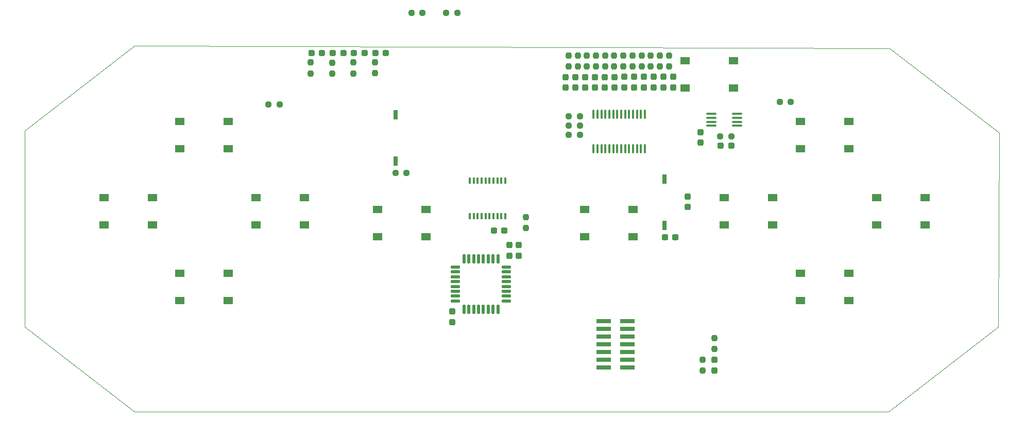
<source format=gbr>
%TF.GenerationSoftware,KiCad,Pcbnew,7.0.6-7.0.6~ubuntu20.04.1*%
%TF.CreationDate,2023-07-11T10:17:37+02:00*%
%TF.ProjectId,output_panel2023-07-11_081728.4517270000,6f757470-7574-45f7-9061-6e656c323032,rev?*%
%TF.SameCoordinates,Original*%
%TF.FileFunction,Paste,Top*%
%TF.FilePolarity,Positive*%
%FSLAX45Y45*%
G04 Gerber Fmt 4.5, Leading zero omitted, Abs format (unit mm)*
G04 Created by KiCad (PCBNEW 7.0.6-7.0.6~ubuntu20.04.1) date 2023-07-11 10:17:37*
%MOMM*%
%LPD*%
G01*
G04 APERTURE LIST*
G04 Aperture macros list*
%AMRoundRect*
0 Rectangle with rounded corners*
0 $1 Rounding radius*
0 $2 $3 $4 $5 $6 $7 $8 $9 X,Y pos of 4 corners*
0 Add a 4 corners polygon primitive as box body*
4,1,4,$2,$3,$4,$5,$6,$7,$8,$9,$2,$3,0*
0 Add four circle primitives for the rounded corners*
1,1,$1+$1,$2,$3*
1,1,$1+$1,$4,$5*
1,1,$1+$1,$6,$7*
1,1,$1+$1,$8,$9*
0 Add four rect primitives between the rounded corners*
20,1,$1+$1,$2,$3,$4,$5,0*
20,1,$1+$1,$4,$5,$6,$7,0*
20,1,$1+$1,$6,$7,$8,$9,0*
20,1,$1+$1,$8,$9,$2,$3,0*%
G04 Aperture macros list end*
%TA.AperFunction,Profile*%
%ADD10C,0.100000*%
%TD*%
%ADD11R,0.400000X1.000000*%
%ADD12R,2.400000X0.740000*%
%ADD13RoundRect,0.237500X-0.287500X-0.237500X0.287500X-0.237500X0.287500X0.237500X-0.287500X0.237500X0*%
%ADD14RoundRect,0.237500X0.237500X-0.250000X0.237500X0.250000X-0.237500X0.250000X-0.237500X-0.250000X0*%
%ADD15RoundRect,0.100000X-0.712500X-0.100000X0.712500X-0.100000X0.712500X0.100000X-0.712500X0.100000X0*%
%ADD16RoundRect,0.237500X-0.237500X0.300000X-0.237500X-0.300000X0.237500X-0.300000X0.237500X0.300000X0*%
%ADD17RoundRect,0.237500X-0.237500X0.250000X-0.237500X-0.250000X0.237500X-0.250000X0.237500X0.250000X0*%
%ADD18RoundRect,0.237500X-0.237500X0.287500X-0.237500X-0.287500X0.237500X-0.287500X0.237500X0.287500X0*%
%ADD19RoundRect,0.237500X-0.250000X-0.237500X0.250000X-0.237500X0.250000X0.237500X-0.250000X0.237500X0*%
%ADD20R,1.550000X1.300000*%
%ADD21RoundRect,0.237500X0.250000X0.237500X-0.250000X0.237500X-0.250000X-0.237500X0.250000X-0.237500X0*%
%ADD22RoundRect,0.237500X-0.300000X-0.237500X0.300000X-0.237500X0.300000X0.237500X-0.300000X0.237500X0*%
%ADD23RoundRect,0.237500X0.300000X0.237500X-0.300000X0.237500X-0.300000X-0.237500X0.300000X-0.237500X0*%
%ADD24RoundRect,0.237500X0.237500X-0.300000X0.237500X0.300000X-0.237500X0.300000X-0.237500X-0.300000X0*%
%ADD25RoundRect,0.125000X0.125000X-0.625000X0.125000X0.625000X-0.125000X0.625000X-0.125000X-0.625000X0*%
%ADD26RoundRect,0.125000X0.625000X-0.125000X0.625000X0.125000X-0.625000X0.125000X-0.625000X-0.125000X0*%
%ADD27RoundRect,0.100000X0.100000X-0.637500X0.100000X0.637500X-0.100000X0.637500X-0.100000X-0.637500X0*%
%ADD28R,0.760000X1.600000*%
G04 APERTURE END LIST*
D10*
X1850000Y-6070000D02*
X50000Y-4670000D01*
X14250000Y-6070000D02*
X1850000Y-6070000D01*
X16050000Y-4670000D02*
X14250000Y-6070000D01*
X14270000Y-90000D02*
X16070000Y-1480000D01*
X16070000Y-1480000D02*
X16050000Y-4670000D01*
X50000Y-4670000D02*
X50000Y-1450000D01*
X50000Y-1450000D02*
X1850000Y-50000D01*
X1850000Y-50000D02*
X14270000Y-90000D01*
D11*
X7365000Y-2850000D03*
X7430000Y-2850000D03*
X7495000Y-2850000D03*
X7560000Y-2850000D03*
X7625000Y-2850000D03*
X7690000Y-2850000D03*
X7755000Y-2850000D03*
X7820000Y-2850000D03*
X7885000Y-2850000D03*
X7950000Y-2850000D03*
X7950000Y-2270000D03*
X7885000Y-2270000D03*
X7820000Y-2270000D03*
X7755000Y-2270000D03*
X7690000Y-2270000D03*
X7625000Y-2270000D03*
X7560000Y-2270000D03*
X7495000Y-2270000D03*
X7430000Y-2270000D03*
X7365000Y-2270000D03*
D12*
X9567500Y-4583000D03*
X9957500Y-4583000D03*
X9567500Y-4710000D03*
X9957500Y-4710000D03*
X9567500Y-4837000D03*
X9957500Y-4837000D03*
X9567500Y-4964000D03*
X9957500Y-4964000D03*
X9567500Y-5091000D03*
X9957500Y-5091000D03*
X9567500Y-5218000D03*
X9957500Y-5218000D03*
X9567500Y-5345000D03*
X9957500Y-5345000D03*
D13*
X4762500Y-170000D03*
X4937500Y-170000D03*
D14*
X10040000Y-392500D03*
X10040000Y-210000D03*
X8290000Y-3050000D03*
X8290000Y-2867500D03*
D15*
X11338750Y-1172500D03*
X11338750Y-1237500D03*
X11338750Y-1302500D03*
X11338750Y-1367500D03*
X11761250Y-1367500D03*
X11761250Y-1302500D03*
X11761250Y-1237500D03*
X11761250Y-1172500D03*
D16*
X11155000Y-1473750D03*
X11155000Y-1646250D03*
D17*
X5810000Y-321250D03*
X5810000Y-503750D03*
D18*
X9422500Y-565000D03*
X9422500Y-740000D03*
D17*
X5455000Y-326250D03*
X5455000Y-508750D03*
D18*
X9582500Y-565000D03*
X9582500Y-740000D03*
D19*
X4058750Y-1020000D03*
X4241250Y-1020000D03*
D14*
X9740000Y-392500D03*
X9740000Y-210000D03*
D18*
X9102500Y-565000D03*
X9102500Y-740000D03*
D14*
X9590000Y-392500D03*
X9590000Y-210000D03*
D17*
X11190000Y-5212500D03*
X11190000Y-5395000D03*
D20*
X2602500Y-1295000D03*
X3397500Y-1295000D03*
X2602500Y-1745000D03*
X3397500Y-1745000D03*
X3852500Y-2545000D03*
X4647500Y-2545000D03*
X3852500Y-2995000D03*
X4647500Y-2995000D03*
D19*
X6143750Y-2140000D03*
X6326250Y-2140000D03*
D21*
X9178050Y-1207400D03*
X8995550Y-1207400D03*
D14*
X9440000Y-392500D03*
X9440000Y-210000D03*
D22*
X10573250Y-3197000D03*
X10745750Y-3197000D03*
D20*
X9252500Y-2745000D03*
X10047500Y-2745000D03*
X9252500Y-3195000D03*
X10047500Y-3195000D03*
X2602500Y-3795000D03*
X3397500Y-3795000D03*
X2602500Y-4245000D03*
X3397500Y-4245000D03*
X14052500Y-2545000D03*
X14847500Y-2545000D03*
X14052500Y-2995000D03*
X14847500Y-2995000D03*
D14*
X9140000Y-392500D03*
X9140000Y-210000D03*
D16*
X11390000Y-5217500D03*
X11390000Y-5390000D03*
D20*
X1352500Y-2545000D03*
X2147500Y-2545000D03*
X1352500Y-2995000D03*
X2147500Y-2995000D03*
D13*
X5112500Y-170000D03*
X5287500Y-170000D03*
D23*
X7936250Y-3090000D03*
X7763750Y-3090000D03*
D17*
X11390000Y-4858750D03*
X11390000Y-5041250D03*
D20*
X5852500Y-2745000D03*
X6647500Y-2745000D03*
X5852500Y-3195000D03*
X6647500Y-3195000D03*
D18*
X9745000Y-563750D03*
X9745000Y-738750D03*
D24*
X7080200Y-4595650D03*
X7080200Y-4423150D03*
D13*
X5462500Y-170000D03*
X5637500Y-170000D03*
D25*
X7270000Y-4387500D03*
X7350000Y-4387500D03*
X7430000Y-4387500D03*
X7510000Y-4387500D03*
X7590000Y-4387500D03*
X7670000Y-4387500D03*
X7750000Y-4387500D03*
X7830000Y-4387500D03*
D26*
X7967500Y-4250000D03*
X7967500Y-4170000D03*
X7967500Y-4090000D03*
X7967500Y-4010000D03*
X7967500Y-3930000D03*
X7967500Y-3850000D03*
X7967500Y-3770000D03*
X7967500Y-3690000D03*
D25*
X7830000Y-3552500D03*
X7750000Y-3552500D03*
X7670000Y-3552500D03*
X7590000Y-3552500D03*
X7510000Y-3552500D03*
X7430000Y-3552500D03*
X7350000Y-3552500D03*
X7270000Y-3552500D03*
D26*
X7132500Y-3690000D03*
X7132500Y-3770000D03*
X7132500Y-3850000D03*
X7132500Y-3930000D03*
X7132500Y-4010000D03*
X7132500Y-4090000D03*
X7132500Y-4170000D03*
X7132500Y-4250000D03*
D17*
X5102500Y-328750D03*
X5102500Y-511250D03*
D18*
X8942500Y-565000D03*
X8942500Y-740000D03*
D19*
X6407500Y490000D03*
X6590000Y490000D03*
D16*
X8020000Y-3330950D03*
X8020000Y-3503450D03*
D14*
X10640000Y-392500D03*
X10640000Y-210000D03*
D19*
X6978750Y490000D03*
X7161250Y490000D03*
D13*
X5812500Y-170000D03*
X5987500Y-170000D03*
D20*
X10902500Y-295000D03*
X11697500Y-295000D03*
X10902500Y-745000D03*
X11697500Y-745000D03*
D14*
X9290000Y-392500D03*
X9290000Y-210000D03*
D18*
X10227500Y-562500D03*
X10227500Y-737500D03*
D13*
X11488500Y-1690000D03*
X11663500Y-1690000D03*
D19*
X8995550Y-1512200D03*
X9178050Y-1512200D03*
D20*
X12802500Y-3795000D03*
X13597500Y-3795000D03*
X12802500Y-4245000D03*
X13597500Y-4245000D03*
D18*
X9907500Y-562500D03*
X9907500Y-737500D03*
D19*
X12458750Y-970000D03*
X12641250Y-970000D03*
D14*
X9890000Y-392500D03*
X9890000Y-210000D03*
D19*
X11484750Y-1537600D03*
X11667250Y-1537600D03*
D27*
X9400900Y-1747650D03*
X9465900Y-1747650D03*
X9530900Y-1747650D03*
X9595900Y-1747650D03*
X9660900Y-1747650D03*
X9725900Y-1747650D03*
X9790900Y-1747650D03*
X9855900Y-1747650D03*
X9920900Y-1747650D03*
X9985900Y-1747650D03*
X10050900Y-1747650D03*
X10115900Y-1747650D03*
X10180900Y-1747650D03*
X10245900Y-1747650D03*
X10245900Y-1175150D03*
X10180900Y-1175150D03*
X10115900Y-1175150D03*
X10050900Y-1175150D03*
X9985900Y-1175150D03*
X9920900Y-1175150D03*
X9855900Y-1175150D03*
X9790900Y-1175150D03*
X9725900Y-1175150D03*
X9660900Y-1175150D03*
X9595900Y-1175150D03*
X9530900Y-1175150D03*
X9465900Y-1175150D03*
X9400900Y-1175150D03*
D17*
X4752500Y-326250D03*
X4752500Y-508750D03*
D21*
X9178050Y-1359800D03*
X8995550Y-1359800D03*
D14*
X10340000Y-392500D03*
X10340000Y-210000D03*
X8990000Y-392500D03*
X8990000Y-210000D03*
D20*
X11552500Y-2545000D03*
X12347500Y-2545000D03*
X11552500Y-2995000D03*
X12347500Y-2995000D03*
X12802500Y-1295000D03*
X13597500Y-1295000D03*
X12802500Y-1745000D03*
X13597500Y-1745000D03*
D28*
X6150000Y-1951000D03*
X6150000Y-1189000D03*
X10567000Y-3008000D03*
X10567000Y-2246000D03*
D14*
X10190000Y-392500D03*
X10190000Y-210000D03*
D16*
X10949500Y-2532000D03*
X10949500Y-2704500D03*
D14*
X10490000Y-392500D03*
X10490000Y-210000D03*
D18*
X10710000Y-562500D03*
X10710000Y-737500D03*
X10067500Y-562500D03*
X10067500Y-737500D03*
D16*
X8172400Y-3330950D03*
X8172400Y-3503450D03*
D18*
X9262500Y-565000D03*
X9262500Y-740000D03*
X10547500Y-562500D03*
X10547500Y-737500D03*
X10387500Y-562500D03*
X10387500Y-737500D03*
M02*

</source>
